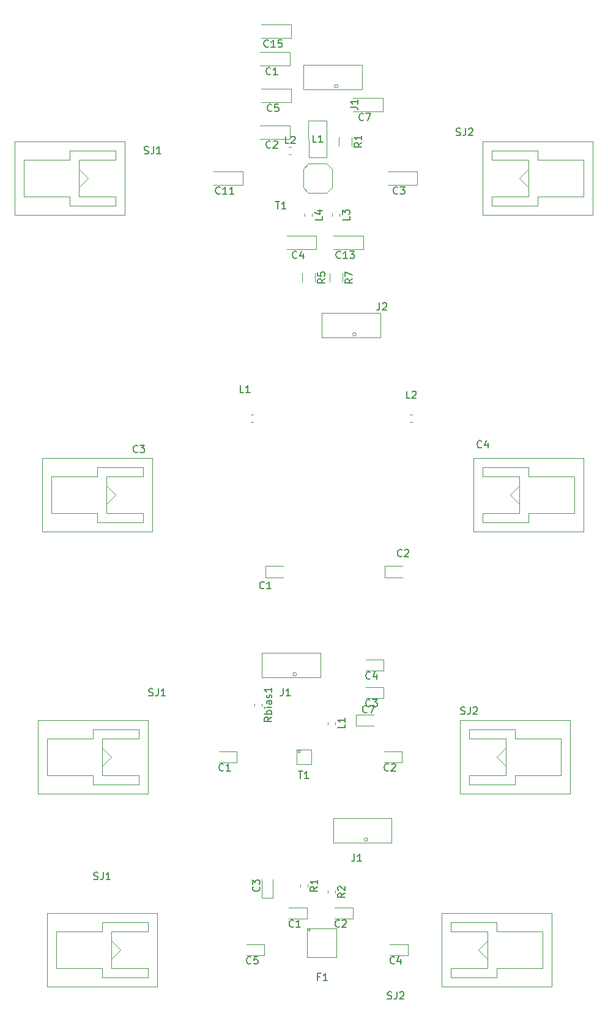
<source format=gbr>
G04 #@! TF.GenerationSoftware,KiCad,Pcbnew,5.1.2-f72e74a~84~ubuntu18.04.1*
G04 #@! TF.CreationDate,2019-07-08T15:28:50+02:00*
G04 #@! TF.ProjectId,prototype_1,70726f74-6f74-4797-9065-5f312e6b6963,rev?*
G04 #@! TF.SameCoordinates,Original*
G04 #@! TF.FileFunction,Legend,Top*
G04 #@! TF.FilePolarity,Positive*
%FSLAX46Y46*%
G04 Gerber Fmt 4.6, Leading zero omitted, Abs format (unit mm)*
G04 Created by KiCad (PCBNEW 5.1.2-f72e74a~84~ubuntu18.04.1) date 2019-07-08 15:28:50*
%MOMM*%
%LPD*%
G04 APERTURE LIST*
%ADD10C,0.120000*%
%ADD11C,0.010000*%
%ADD12C,0.050000*%
%ADD13C,0.150000*%
G04 APERTURE END LIST*
D10*
X116840000Y-168910000D02*
X115570000Y-167640000D01*
X116840000Y-166370000D02*
X115570000Y-167640000D01*
X110490000Y-172720000D02*
X125730000Y-172720000D01*
X125730000Y-162560000D02*
X110490000Y-162560000D01*
X111760000Y-170180000D02*
X111760000Y-171450000D01*
X116840000Y-170180000D02*
X111760000Y-170180000D01*
X116840000Y-165100000D02*
X116840000Y-170180000D01*
X111760000Y-165100000D02*
X116840000Y-165100000D01*
X111760000Y-163830000D02*
X111760000Y-165100000D01*
X124460000Y-165100000D02*
X124460000Y-170180000D01*
X118110000Y-165100000D02*
X124460000Y-165100000D01*
X118110000Y-163830000D02*
X118110000Y-165100000D01*
X118110000Y-170180000D02*
X124460000Y-170180000D01*
X118110000Y-171450000D02*
X118110000Y-170180000D01*
X125730000Y-172720000D02*
X125730000Y-162560000D01*
X110490000Y-162560000D02*
X110490000Y-172720000D01*
X118110000Y-171450000D02*
X111760000Y-171450000D01*
X111760000Y-163830000D02*
X118110000Y-163830000D01*
X64770000Y-166370000D02*
X66040000Y-167640000D01*
X64770000Y-168910000D02*
X66040000Y-167640000D01*
X71120000Y-162560000D02*
X55880000Y-162560000D01*
X55880000Y-172720000D02*
X71120000Y-172720000D01*
X69850000Y-165100000D02*
X69850000Y-163830000D01*
X64770000Y-165100000D02*
X69850000Y-165100000D01*
X64770000Y-170180000D02*
X64770000Y-165100000D01*
X69850000Y-170180000D02*
X64770000Y-170180000D01*
X69850000Y-171450000D02*
X69850000Y-170180000D01*
X57150000Y-170180000D02*
X57150000Y-165100000D01*
X63500000Y-170180000D02*
X57150000Y-170180000D01*
X63500000Y-171450000D02*
X63500000Y-170180000D01*
X63500000Y-165100000D02*
X57150000Y-165100000D01*
X63500000Y-163830000D02*
X63500000Y-165100000D01*
X55880000Y-162560000D02*
X55880000Y-172720000D01*
X71120000Y-172720000D02*
X71120000Y-162560000D01*
X63500000Y-163830000D02*
X69850000Y-163830000D01*
X69850000Y-171450000D02*
X63500000Y-171450000D01*
X94740000Y-159453733D02*
X94740000Y-159796267D01*
X95760000Y-159453733D02*
X95760000Y-159796267D01*
X90930000Y-158578733D02*
X90930000Y-158921267D01*
X91950000Y-158578733D02*
X91950000Y-158921267D01*
X100270000Y-152400000D02*
G75*
G03X100270000Y-152400000I-250000J0D01*
G01*
X103590000Y-152830000D02*
X95490000Y-152830000D01*
X95490000Y-149430000D02*
X103590000Y-149430000D01*
X103590000Y-152830000D02*
X103590000Y-149430000D01*
X95490000Y-152830000D02*
X95490000Y-149430000D01*
D11*
X92304999Y-164894999D02*
G75*
G03X92304999Y-164894999I-150000J0D01*
G01*
D12*
X95914999Y-168654999D02*
X91914999Y-168654999D01*
X95914999Y-164654999D02*
X95914999Y-168654999D01*
X91914999Y-168654999D02*
X91914999Y-164654999D01*
X91914999Y-164654999D02*
X95914999Y-164654999D01*
D10*
X85975000Y-166855000D02*
X83490000Y-166855000D01*
X85975000Y-168425000D02*
X85975000Y-166855000D01*
X83490000Y-168425000D02*
X85975000Y-168425000D01*
X105825000Y-166855000D02*
X103340000Y-166855000D01*
X105825000Y-168425000D02*
X105825000Y-166855000D01*
X103340000Y-168425000D02*
X105825000Y-168425000D01*
X87145000Y-160435000D02*
X87145000Y-157950000D01*
X85575000Y-160435000D02*
X87145000Y-160435000D01*
X85575000Y-157950000D02*
X85575000Y-160435000D01*
X98205000Y-161775000D02*
X95720000Y-161775000D01*
X98205000Y-163345000D02*
X98205000Y-161775000D01*
X95720000Y-163345000D02*
X98205000Y-163345000D01*
X91855000Y-161775000D02*
X89370000Y-161775000D01*
X91855000Y-163345000D02*
X91855000Y-161775000D01*
X89370000Y-163345000D02*
X91855000Y-163345000D01*
X119380000Y-142240000D02*
X118110000Y-140970000D01*
X119380000Y-139700000D02*
X118110000Y-140970000D01*
X113030000Y-146050000D02*
X128270000Y-146050000D01*
X128270000Y-135890000D02*
X113030000Y-135890000D01*
X114300000Y-143510000D02*
X114300000Y-144780000D01*
X119380000Y-143510000D02*
X114300000Y-143510000D01*
X119380000Y-138430000D02*
X119380000Y-143510000D01*
X114300000Y-138430000D02*
X119380000Y-138430000D01*
X114300000Y-137160000D02*
X114300000Y-138430000D01*
X127000000Y-138430000D02*
X127000000Y-143510000D01*
X120650000Y-138430000D02*
X127000000Y-138430000D01*
X120650000Y-137160000D02*
X120650000Y-138430000D01*
X120650000Y-143510000D02*
X127000000Y-143510000D01*
X120650000Y-144780000D02*
X120650000Y-143510000D01*
X128270000Y-146050000D02*
X128270000Y-135890000D01*
X113030000Y-135890000D02*
X113030000Y-146050000D01*
X120650000Y-144780000D02*
X114300000Y-144780000D01*
X114300000Y-137160000D02*
X120650000Y-137160000D01*
X63500000Y-139700000D02*
X64770000Y-140970000D01*
X63500000Y-142240000D02*
X64770000Y-140970000D01*
X69850000Y-135890000D02*
X54610000Y-135890000D01*
X54610000Y-146050000D02*
X69850000Y-146050000D01*
X68580000Y-138430000D02*
X68580000Y-137160000D01*
X63500000Y-138430000D02*
X68580000Y-138430000D01*
X63500000Y-143510000D02*
X63500000Y-138430000D01*
X68580000Y-143510000D02*
X63500000Y-143510000D01*
X68580000Y-144780000D02*
X68580000Y-143510000D01*
X55880000Y-143510000D02*
X55880000Y-138430000D01*
X62230000Y-143510000D02*
X55880000Y-143510000D01*
X62230000Y-144780000D02*
X62230000Y-143510000D01*
X62230000Y-138430000D02*
X55880000Y-138430000D01*
X62230000Y-137160000D02*
X62230000Y-138430000D01*
X54610000Y-135890000D02*
X54610000Y-146050000D01*
X69850000Y-146050000D02*
X69850000Y-135890000D01*
X62230000Y-137160000D02*
X68580000Y-137160000D01*
X68580000Y-144780000D02*
X62230000Y-144780000D01*
D12*
X90970000Y-140220000D02*
G75*
G03X90970000Y-140220000I-180000J0D01*
G01*
X92440000Y-141970000D02*
X90440000Y-141970000D01*
X92440000Y-139970000D02*
X92440000Y-141970000D01*
X90440000Y-139970000D02*
X92440000Y-139970000D01*
X90440000Y-141970000D02*
X90440000Y-139970000D01*
D10*
X84580000Y-133573733D02*
X84580000Y-133916267D01*
X85600000Y-133573733D02*
X85600000Y-133916267D01*
X94740000Y-136113733D02*
X94740000Y-136456267D01*
X95760000Y-136113733D02*
X95760000Y-136456267D01*
X90420000Y-129540000D02*
G75*
G03X90420000Y-129540000I-250000J0D01*
G01*
X93740000Y-129970000D02*
X85640000Y-129970000D01*
X85640000Y-126570000D02*
X93740000Y-126570000D01*
X93740000Y-129970000D02*
X93740000Y-126570000D01*
X85640000Y-129970000D02*
X85640000Y-126570000D01*
X98645000Y-136675000D02*
X101130000Y-136675000D01*
X98645000Y-135105000D02*
X98645000Y-136675000D01*
X101130000Y-135105000D02*
X98645000Y-135105000D01*
X102485000Y-127485000D02*
X100000000Y-127485000D01*
X102485000Y-129055000D02*
X102485000Y-127485000D01*
X100000000Y-129055000D02*
X102485000Y-129055000D01*
X102485000Y-131295000D02*
X100000000Y-131295000D01*
X102485000Y-132865000D02*
X102485000Y-131295000D01*
X100000000Y-132865000D02*
X102485000Y-132865000D01*
X105025000Y-140185000D02*
X102540000Y-140185000D01*
X105025000Y-141755000D02*
X105025000Y-140185000D01*
X102540000Y-141755000D02*
X105025000Y-141755000D01*
X82165000Y-140185000D02*
X79680000Y-140185000D01*
X82165000Y-141755000D02*
X82165000Y-140185000D01*
X79680000Y-141755000D02*
X82165000Y-141755000D01*
X106456267Y-93605000D02*
X106113733Y-93605000D01*
X106456267Y-94625000D02*
X106113733Y-94625000D01*
X84043733Y-94625000D02*
X84386267Y-94625000D01*
X84043733Y-93605000D02*
X84386267Y-93605000D01*
X102620000Y-116150000D02*
X105105000Y-116150000D01*
X102620000Y-114580000D02*
X102620000Y-116150000D01*
X105105000Y-114580000D02*
X102620000Y-114580000D01*
X86110000Y-116150000D02*
X88595000Y-116150000D01*
X86110000Y-114580000D02*
X86110000Y-116150000D01*
X88595000Y-114580000D02*
X86110000Y-114580000D01*
X121285000Y-106045000D02*
X120015000Y-104775000D01*
X121285000Y-103505000D02*
X120015000Y-104775000D01*
X114935000Y-109855000D02*
X130175000Y-109855000D01*
X130175000Y-99695000D02*
X114935000Y-99695000D01*
X116205000Y-107315000D02*
X116205000Y-108585000D01*
X121285000Y-107315000D02*
X116205000Y-107315000D01*
X121285000Y-102235000D02*
X121285000Y-107315000D01*
X116205000Y-102235000D02*
X121285000Y-102235000D01*
X116205000Y-100965000D02*
X116205000Y-102235000D01*
X128905000Y-102235000D02*
X128905000Y-107315000D01*
X122555000Y-102235000D02*
X128905000Y-102235000D01*
X122555000Y-100965000D02*
X122555000Y-102235000D01*
X122555000Y-107315000D02*
X128905000Y-107315000D01*
X122555000Y-108585000D02*
X122555000Y-107315000D01*
X130175000Y-109855000D02*
X130175000Y-99695000D01*
X114935000Y-99695000D02*
X114935000Y-109855000D01*
X122555000Y-108585000D02*
X116205000Y-108585000D01*
X116205000Y-100965000D02*
X122555000Y-100965000D01*
X64135000Y-103505000D02*
X65405000Y-104775000D01*
X64135000Y-106045000D02*
X65405000Y-104775000D01*
X70485000Y-99695000D02*
X55245000Y-99695000D01*
X55245000Y-109855000D02*
X70485000Y-109855000D01*
X69215000Y-102235000D02*
X69215000Y-100965000D01*
X64135000Y-102235000D02*
X69215000Y-102235000D01*
X64135000Y-107315000D02*
X64135000Y-102235000D01*
X69215000Y-107315000D02*
X64135000Y-107315000D01*
X69215000Y-108585000D02*
X69215000Y-107315000D01*
X56515000Y-107315000D02*
X56515000Y-102235000D01*
X62865000Y-107315000D02*
X56515000Y-107315000D01*
X62865000Y-108585000D02*
X62865000Y-107315000D01*
X62865000Y-102235000D02*
X56515000Y-102235000D01*
X62865000Y-100965000D02*
X62865000Y-102235000D01*
X55245000Y-99695000D02*
X55245000Y-109855000D01*
X70485000Y-109855000D02*
X70485000Y-99695000D01*
X62865000Y-100965000D02*
X69215000Y-100965000D01*
X69215000Y-108585000D02*
X62865000Y-108585000D01*
X122555000Y-62230000D02*
X121285000Y-60960000D01*
X122555000Y-59690000D02*
X121285000Y-60960000D01*
X116205000Y-66040000D02*
X131445000Y-66040000D01*
X131445000Y-55880000D02*
X116205000Y-55880000D01*
X117475000Y-63500000D02*
X117475000Y-64770000D01*
X122555000Y-63500000D02*
X117475000Y-63500000D01*
X122555000Y-58420000D02*
X122555000Y-63500000D01*
X117475000Y-58420000D02*
X122555000Y-58420000D01*
X117475000Y-57150000D02*
X117475000Y-58420000D01*
X130175000Y-58420000D02*
X130175000Y-63500000D01*
X123825000Y-58420000D02*
X130175000Y-58420000D01*
X123825000Y-57150000D02*
X123825000Y-58420000D01*
X123825000Y-63500000D02*
X130175000Y-63500000D01*
X123825000Y-64770000D02*
X123825000Y-63500000D01*
X131445000Y-66040000D02*
X131445000Y-55880000D01*
X116205000Y-55880000D02*
X116205000Y-66040000D01*
X123825000Y-64770000D02*
X117475000Y-64770000D01*
X117475000Y-57150000D02*
X123825000Y-57150000D01*
X60325000Y-59690000D02*
X61595000Y-60960000D01*
X60325000Y-62230000D02*
X61595000Y-60960000D01*
X66675000Y-55880000D02*
X51435000Y-55880000D01*
X51435000Y-66040000D02*
X66675000Y-66040000D01*
X65405000Y-58420000D02*
X65405000Y-57150000D01*
X60325000Y-58420000D02*
X65405000Y-58420000D01*
X60325000Y-63500000D02*
X60325000Y-58420000D01*
X65405000Y-63500000D02*
X60325000Y-63500000D01*
X65405000Y-64770000D02*
X65405000Y-63500000D01*
X52705000Y-63500000D02*
X52705000Y-58420000D01*
X59055000Y-63500000D02*
X52705000Y-63500000D01*
X59055000Y-64770000D02*
X59055000Y-63500000D01*
X59055000Y-58420000D02*
X52705000Y-58420000D01*
X59055000Y-57150000D02*
X59055000Y-58420000D01*
X51435000Y-55880000D02*
X51435000Y-66040000D01*
X66675000Y-66040000D02*
X66675000Y-55880000D01*
X59055000Y-57150000D02*
X65405000Y-57150000D01*
X65405000Y-64770000D02*
X59055000Y-64770000D01*
X98675000Y-82550000D02*
G75*
G03X98675000Y-82550000I-250000J0D01*
G01*
X101995000Y-82980000D02*
X93895000Y-82980000D01*
X93895000Y-79580000D02*
X101995000Y-79580000D01*
X101995000Y-82980000D02*
X101995000Y-79580000D01*
X93895000Y-82980000D02*
X93895000Y-79580000D01*
D12*
X92075000Y-58960000D02*
X91345000Y-59690000D01*
X92075000Y-62960000D02*
X91345000Y-62230000D01*
X95345000Y-62230000D02*
X94615000Y-62960000D01*
X94615000Y-58960000D02*
X95345000Y-59690000D01*
X92075000Y-58960000D02*
X94615000Y-58960000D01*
X95345000Y-59690000D02*
X95345000Y-62230000D01*
X91345000Y-62230000D02*
X91345000Y-59690000D01*
X92075000Y-62960000D02*
X94615000Y-62960000D01*
D10*
X94975000Y-74110436D02*
X94975000Y-75314564D01*
X96795000Y-74110436D02*
X96795000Y-75314564D01*
X91165000Y-74110436D02*
X91165000Y-75314564D01*
X92985000Y-74110436D02*
X92985000Y-75314564D01*
X96245000Y-55277936D02*
X96245000Y-56482064D01*
X98065000Y-55277936D02*
X98065000Y-56482064D01*
X91565000Y-65868733D02*
X91565000Y-66211267D01*
X92585000Y-65868733D02*
X92585000Y-66211267D01*
X95375000Y-65868733D02*
X95375000Y-66211267D01*
X96395000Y-65868733D02*
X96395000Y-66211267D01*
X89363733Y-57660000D02*
X89706267Y-57660000D01*
X89363733Y-56640000D02*
X89706267Y-56640000D01*
X94615000Y-53010000D02*
X94615000Y-58090000D01*
X92075000Y-53010000D02*
X92095000Y-58090000D01*
X92095000Y-58090000D02*
X94595000Y-58090000D01*
X92095000Y-53010000D02*
X94595000Y-53010000D01*
X96135000Y-48260000D02*
G75*
G03X96135000Y-48260000I-250000J0D01*
G01*
X99455000Y-48690000D02*
X91355000Y-48690000D01*
X91355000Y-45290000D02*
X99455000Y-45290000D01*
X99455000Y-48690000D02*
X99455000Y-45290000D01*
X91355000Y-48690000D02*
X91355000Y-45290000D01*
X89647500Y-39705000D02*
X85562500Y-39705000D01*
X89647500Y-41575000D02*
X89647500Y-39705000D01*
X85562500Y-41575000D02*
X89647500Y-41575000D01*
X99640000Y-68915000D02*
X95555000Y-68915000D01*
X99640000Y-70785000D02*
X99640000Y-68915000D01*
X95555000Y-70785000D02*
X99640000Y-70785000D01*
X82962500Y-60025000D02*
X78877500Y-60025000D01*
X82962500Y-61895000D02*
X82962500Y-60025000D01*
X78877500Y-61895000D02*
X82962500Y-61895000D01*
X102347500Y-49865000D02*
X98262500Y-49865000D01*
X102347500Y-51735000D02*
X102347500Y-49865000D01*
X98262500Y-51735000D02*
X102347500Y-51735000D01*
X89647500Y-48595000D02*
X85562500Y-48595000D01*
X89647500Y-50465000D02*
X89647500Y-48595000D01*
X85562500Y-50465000D02*
X89647500Y-50465000D01*
X93122500Y-68915000D02*
X89037500Y-68915000D01*
X93122500Y-70785000D02*
X93122500Y-68915000D01*
X89037500Y-70785000D02*
X93122500Y-70785000D01*
X107092500Y-60025000D02*
X103007500Y-60025000D01*
X107092500Y-61895000D02*
X107092500Y-60025000D01*
X103007500Y-61895000D02*
X107092500Y-61895000D01*
X89480000Y-53675000D02*
X85395000Y-53675000D01*
X89480000Y-55545000D02*
X89480000Y-53675000D01*
X85395000Y-55545000D02*
X89480000Y-55545000D01*
X89480000Y-43515000D02*
X85395000Y-43515000D01*
X89480000Y-45385000D02*
X89480000Y-43515000D01*
X85395000Y-45385000D02*
X89480000Y-45385000D01*
D13*
X102997142Y-174394761D02*
X103140000Y-174442380D01*
X103378095Y-174442380D01*
X103473333Y-174394761D01*
X103520952Y-174347142D01*
X103568571Y-174251904D01*
X103568571Y-174156666D01*
X103520952Y-174061428D01*
X103473333Y-174013809D01*
X103378095Y-173966190D01*
X103187619Y-173918571D01*
X103092380Y-173870952D01*
X103044761Y-173823333D01*
X102997142Y-173728095D01*
X102997142Y-173632857D01*
X103044761Y-173537619D01*
X103092380Y-173490000D01*
X103187619Y-173442380D01*
X103425714Y-173442380D01*
X103568571Y-173490000D01*
X104282857Y-173442380D02*
X104282857Y-174156666D01*
X104235238Y-174299523D01*
X104140000Y-174394761D01*
X103997142Y-174442380D01*
X103901904Y-174442380D01*
X104711428Y-173537619D02*
X104759047Y-173490000D01*
X104854285Y-173442380D01*
X105092380Y-173442380D01*
X105187619Y-173490000D01*
X105235238Y-173537619D01*
X105282857Y-173632857D01*
X105282857Y-173728095D01*
X105235238Y-173870952D01*
X104663809Y-174442380D01*
X105282857Y-174442380D01*
X62357142Y-157884761D02*
X62500000Y-157932380D01*
X62738095Y-157932380D01*
X62833333Y-157884761D01*
X62880952Y-157837142D01*
X62928571Y-157741904D01*
X62928571Y-157646666D01*
X62880952Y-157551428D01*
X62833333Y-157503809D01*
X62738095Y-157456190D01*
X62547619Y-157408571D01*
X62452380Y-157360952D01*
X62404761Y-157313333D01*
X62357142Y-157218095D01*
X62357142Y-157122857D01*
X62404761Y-157027619D01*
X62452380Y-156980000D01*
X62547619Y-156932380D01*
X62785714Y-156932380D01*
X62928571Y-156980000D01*
X63642857Y-156932380D02*
X63642857Y-157646666D01*
X63595238Y-157789523D01*
X63500000Y-157884761D01*
X63357142Y-157932380D01*
X63261904Y-157932380D01*
X64642857Y-157932380D02*
X64071428Y-157932380D01*
X64357142Y-157932380D02*
X64357142Y-156932380D01*
X64261904Y-157075238D01*
X64166666Y-157170476D01*
X64071428Y-157218095D01*
X97132380Y-159791666D02*
X96656190Y-160125000D01*
X97132380Y-160363095D02*
X96132380Y-160363095D01*
X96132380Y-159982142D01*
X96180000Y-159886904D01*
X96227619Y-159839285D01*
X96322857Y-159791666D01*
X96465714Y-159791666D01*
X96560952Y-159839285D01*
X96608571Y-159886904D01*
X96656190Y-159982142D01*
X96656190Y-160363095D01*
X96227619Y-159410714D02*
X96180000Y-159363095D01*
X96132380Y-159267857D01*
X96132380Y-159029761D01*
X96180000Y-158934523D01*
X96227619Y-158886904D01*
X96322857Y-158839285D01*
X96418095Y-158839285D01*
X96560952Y-158886904D01*
X97132380Y-159458333D01*
X97132380Y-158839285D01*
X93322380Y-158916666D02*
X92846190Y-159250000D01*
X93322380Y-159488095D02*
X92322380Y-159488095D01*
X92322380Y-159107142D01*
X92370000Y-159011904D01*
X92417619Y-158964285D01*
X92512857Y-158916666D01*
X92655714Y-158916666D01*
X92750952Y-158964285D01*
X92798571Y-159011904D01*
X92846190Y-159107142D01*
X92846190Y-159488095D01*
X93322380Y-157964285D02*
X93322380Y-158535714D01*
X93322380Y-158250000D02*
X92322380Y-158250000D01*
X92465238Y-158345238D01*
X92560476Y-158440476D01*
X92608095Y-158535714D01*
X98416666Y-154392380D02*
X98416666Y-155106666D01*
X98369047Y-155249523D01*
X98273809Y-155344761D01*
X98130952Y-155392380D01*
X98035714Y-155392380D01*
X99416666Y-155392380D02*
X98845238Y-155392380D01*
X99130952Y-155392380D02*
X99130952Y-154392380D01*
X99035714Y-154535238D01*
X98940476Y-154630476D01*
X98845238Y-154678095D01*
X93646666Y-171378571D02*
X93313333Y-171378571D01*
X93313333Y-171902380D02*
X93313333Y-170902380D01*
X93789523Y-170902380D01*
X94694285Y-171902380D02*
X94122857Y-171902380D01*
X94408571Y-171902380D02*
X94408571Y-170902380D01*
X94313333Y-171045238D01*
X94218095Y-171140476D01*
X94122857Y-171188095D01*
X84123333Y-169477142D02*
X84075714Y-169524761D01*
X83932857Y-169572380D01*
X83837619Y-169572380D01*
X83694761Y-169524761D01*
X83599523Y-169429523D01*
X83551904Y-169334285D01*
X83504285Y-169143809D01*
X83504285Y-169000952D01*
X83551904Y-168810476D01*
X83599523Y-168715238D01*
X83694761Y-168620000D01*
X83837619Y-168572380D01*
X83932857Y-168572380D01*
X84075714Y-168620000D01*
X84123333Y-168667619D01*
X85028095Y-168572380D02*
X84551904Y-168572380D01*
X84504285Y-169048571D01*
X84551904Y-169000952D01*
X84647142Y-168953333D01*
X84885238Y-168953333D01*
X84980476Y-169000952D01*
X85028095Y-169048571D01*
X85075714Y-169143809D01*
X85075714Y-169381904D01*
X85028095Y-169477142D01*
X84980476Y-169524761D01*
X84885238Y-169572380D01*
X84647142Y-169572380D01*
X84551904Y-169524761D01*
X84504285Y-169477142D01*
X103973333Y-169477142D02*
X103925714Y-169524761D01*
X103782857Y-169572380D01*
X103687619Y-169572380D01*
X103544761Y-169524761D01*
X103449523Y-169429523D01*
X103401904Y-169334285D01*
X103354285Y-169143809D01*
X103354285Y-169000952D01*
X103401904Y-168810476D01*
X103449523Y-168715238D01*
X103544761Y-168620000D01*
X103687619Y-168572380D01*
X103782857Y-168572380D01*
X103925714Y-168620000D01*
X103973333Y-168667619D01*
X104830476Y-168905714D02*
X104830476Y-169572380D01*
X104592380Y-168524761D02*
X104354285Y-169239047D01*
X104973333Y-169239047D01*
X85237142Y-158916666D02*
X85284761Y-158964285D01*
X85332380Y-159107142D01*
X85332380Y-159202380D01*
X85284761Y-159345238D01*
X85189523Y-159440476D01*
X85094285Y-159488095D01*
X84903809Y-159535714D01*
X84760952Y-159535714D01*
X84570476Y-159488095D01*
X84475238Y-159440476D01*
X84380000Y-159345238D01*
X84332380Y-159202380D01*
X84332380Y-159107142D01*
X84380000Y-158964285D01*
X84427619Y-158916666D01*
X84332380Y-158583333D02*
X84332380Y-157964285D01*
X84713333Y-158297619D01*
X84713333Y-158154761D01*
X84760952Y-158059523D01*
X84808571Y-158011904D01*
X84903809Y-157964285D01*
X85141904Y-157964285D01*
X85237142Y-158011904D01*
X85284761Y-158059523D01*
X85332380Y-158154761D01*
X85332380Y-158440476D01*
X85284761Y-158535714D01*
X85237142Y-158583333D01*
X96353333Y-164397142D02*
X96305714Y-164444761D01*
X96162857Y-164492380D01*
X96067619Y-164492380D01*
X95924761Y-164444761D01*
X95829523Y-164349523D01*
X95781904Y-164254285D01*
X95734285Y-164063809D01*
X95734285Y-163920952D01*
X95781904Y-163730476D01*
X95829523Y-163635238D01*
X95924761Y-163540000D01*
X96067619Y-163492380D01*
X96162857Y-163492380D01*
X96305714Y-163540000D01*
X96353333Y-163587619D01*
X96734285Y-163587619D02*
X96781904Y-163540000D01*
X96877142Y-163492380D01*
X97115238Y-163492380D01*
X97210476Y-163540000D01*
X97258095Y-163587619D01*
X97305714Y-163682857D01*
X97305714Y-163778095D01*
X97258095Y-163920952D01*
X96686666Y-164492380D01*
X97305714Y-164492380D01*
X90003333Y-164397142D02*
X89955714Y-164444761D01*
X89812857Y-164492380D01*
X89717619Y-164492380D01*
X89574761Y-164444761D01*
X89479523Y-164349523D01*
X89431904Y-164254285D01*
X89384285Y-164063809D01*
X89384285Y-163920952D01*
X89431904Y-163730476D01*
X89479523Y-163635238D01*
X89574761Y-163540000D01*
X89717619Y-163492380D01*
X89812857Y-163492380D01*
X89955714Y-163540000D01*
X90003333Y-163587619D01*
X90955714Y-164492380D02*
X90384285Y-164492380D01*
X90670000Y-164492380D02*
X90670000Y-163492380D01*
X90574761Y-163635238D01*
X90479523Y-163730476D01*
X90384285Y-163778095D01*
X113157142Y-135024761D02*
X113300000Y-135072380D01*
X113538095Y-135072380D01*
X113633333Y-135024761D01*
X113680952Y-134977142D01*
X113728571Y-134881904D01*
X113728571Y-134786666D01*
X113680952Y-134691428D01*
X113633333Y-134643809D01*
X113538095Y-134596190D01*
X113347619Y-134548571D01*
X113252380Y-134500952D01*
X113204761Y-134453333D01*
X113157142Y-134358095D01*
X113157142Y-134262857D01*
X113204761Y-134167619D01*
X113252380Y-134120000D01*
X113347619Y-134072380D01*
X113585714Y-134072380D01*
X113728571Y-134120000D01*
X114442857Y-134072380D02*
X114442857Y-134786666D01*
X114395238Y-134929523D01*
X114300000Y-135024761D01*
X114157142Y-135072380D01*
X114061904Y-135072380D01*
X114871428Y-134167619D02*
X114919047Y-134120000D01*
X115014285Y-134072380D01*
X115252380Y-134072380D01*
X115347619Y-134120000D01*
X115395238Y-134167619D01*
X115442857Y-134262857D01*
X115442857Y-134358095D01*
X115395238Y-134500952D01*
X114823809Y-135072380D01*
X115442857Y-135072380D01*
X69977142Y-132484761D02*
X70120000Y-132532380D01*
X70358095Y-132532380D01*
X70453333Y-132484761D01*
X70500952Y-132437142D01*
X70548571Y-132341904D01*
X70548571Y-132246666D01*
X70500952Y-132151428D01*
X70453333Y-132103809D01*
X70358095Y-132056190D01*
X70167619Y-132008571D01*
X70072380Y-131960952D01*
X70024761Y-131913333D01*
X69977142Y-131818095D01*
X69977142Y-131722857D01*
X70024761Y-131627619D01*
X70072380Y-131580000D01*
X70167619Y-131532380D01*
X70405714Y-131532380D01*
X70548571Y-131580000D01*
X71262857Y-131532380D02*
X71262857Y-132246666D01*
X71215238Y-132389523D01*
X71120000Y-132484761D01*
X70977142Y-132532380D01*
X70881904Y-132532380D01*
X72262857Y-132532380D02*
X71691428Y-132532380D01*
X71977142Y-132532380D02*
X71977142Y-131532380D01*
X71881904Y-131675238D01*
X71786666Y-131770476D01*
X71691428Y-131818095D01*
X90678095Y-142962380D02*
X91249523Y-142962380D01*
X90963809Y-143962380D02*
X90963809Y-142962380D01*
X92106666Y-143962380D02*
X91535238Y-143962380D01*
X91820952Y-143962380D02*
X91820952Y-142962380D01*
X91725714Y-143105238D01*
X91630476Y-143200476D01*
X91535238Y-143248095D01*
X86972380Y-135459285D02*
X86496190Y-135792619D01*
X86972380Y-136030714D02*
X85972380Y-136030714D01*
X85972380Y-135649761D01*
X86020000Y-135554523D01*
X86067619Y-135506904D01*
X86162857Y-135459285D01*
X86305714Y-135459285D01*
X86400952Y-135506904D01*
X86448571Y-135554523D01*
X86496190Y-135649761D01*
X86496190Y-136030714D01*
X86972380Y-135030714D02*
X85972380Y-135030714D01*
X86353333Y-135030714D02*
X86305714Y-134935476D01*
X86305714Y-134745000D01*
X86353333Y-134649761D01*
X86400952Y-134602142D01*
X86496190Y-134554523D01*
X86781904Y-134554523D01*
X86877142Y-134602142D01*
X86924761Y-134649761D01*
X86972380Y-134745000D01*
X86972380Y-134935476D01*
X86924761Y-135030714D01*
X86972380Y-134125952D02*
X86305714Y-134125952D01*
X85972380Y-134125952D02*
X86020000Y-134173571D01*
X86067619Y-134125952D01*
X86020000Y-134078333D01*
X85972380Y-134125952D01*
X86067619Y-134125952D01*
X86972380Y-133221190D02*
X86448571Y-133221190D01*
X86353333Y-133268809D01*
X86305714Y-133364047D01*
X86305714Y-133554523D01*
X86353333Y-133649761D01*
X86924761Y-133221190D02*
X86972380Y-133316428D01*
X86972380Y-133554523D01*
X86924761Y-133649761D01*
X86829523Y-133697380D01*
X86734285Y-133697380D01*
X86639047Y-133649761D01*
X86591428Y-133554523D01*
X86591428Y-133316428D01*
X86543809Y-133221190D01*
X86924761Y-132792619D02*
X86972380Y-132697380D01*
X86972380Y-132506904D01*
X86924761Y-132411666D01*
X86829523Y-132364047D01*
X86781904Y-132364047D01*
X86686666Y-132411666D01*
X86639047Y-132506904D01*
X86639047Y-132649761D01*
X86591428Y-132745000D01*
X86496190Y-132792619D01*
X86448571Y-132792619D01*
X86353333Y-132745000D01*
X86305714Y-132649761D01*
X86305714Y-132506904D01*
X86353333Y-132411666D01*
X86972380Y-131411666D02*
X86972380Y-131983095D01*
X86972380Y-131697380D02*
X85972380Y-131697380D01*
X86115238Y-131792619D01*
X86210476Y-131887857D01*
X86258095Y-131983095D01*
X97132380Y-136451666D02*
X97132380Y-136927857D01*
X96132380Y-136927857D01*
X97132380Y-135594523D02*
X97132380Y-136165952D01*
X97132380Y-135880238D02*
X96132380Y-135880238D01*
X96275238Y-135975476D01*
X96370476Y-136070714D01*
X96418095Y-136165952D01*
X88566666Y-131532380D02*
X88566666Y-132246666D01*
X88519047Y-132389523D01*
X88423809Y-132484761D01*
X88280952Y-132532380D01*
X88185714Y-132532380D01*
X89566666Y-132532380D02*
X88995238Y-132532380D01*
X89280952Y-132532380D02*
X89280952Y-131532380D01*
X89185714Y-131675238D01*
X89090476Y-131770476D01*
X88995238Y-131818095D01*
X100163333Y-134767142D02*
X100115714Y-134814761D01*
X99972857Y-134862380D01*
X99877619Y-134862380D01*
X99734761Y-134814761D01*
X99639523Y-134719523D01*
X99591904Y-134624285D01*
X99544285Y-134433809D01*
X99544285Y-134290952D01*
X99591904Y-134100476D01*
X99639523Y-134005238D01*
X99734761Y-133910000D01*
X99877619Y-133862380D01*
X99972857Y-133862380D01*
X100115714Y-133910000D01*
X100163333Y-133957619D01*
X100496666Y-133862380D02*
X101163333Y-133862380D01*
X100734761Y-134862380D01*
X100633333Y-130107142D02*
X100585714Y-130154761D01*
X100442857Y-130202380D01*
X100347619Y-130202380D01*
X100204761Y-130154761D01*
X100109523Y-130059523D01*
X100061904Y-129964285D01*
X100014285Y-129773809D01*
X100014285Y-129630952D01*
X100061904Y-129440476D01*
X100109523Y-129345238D01*
X100204761Y-129250000D01*
X100347619Y-129202380D01*
X100442857Y-129202380D01*
X100585714Y-129250000D01*
X100633333Y-129297619D01*
X101490476Y-129535714D02*
X101490476Y-130202380D01*
X101252380Y-129154761D02*
X101014285Y-129869047D01*
X101633333Y-129869047D01*
X100633333Y-133917142D02*
X100585714Y-133964761D01*
X100442857Y-134012380D01*
X100347619Y-134012380D01*
X100204761Y-133964761D01*
X100109523Y-133869523D01*
X100061904Y-133774285D01*
X100014285Y-133583809D01*
X100014285Y-133440952D01*
X100061904Y-133250476D01*
X100109523Y-133155238D01*
X100204761Y-133060000D01*
X100347619Y-133012380D01*
X100442857Y-133012380D01*
X100585714Y-133060000D01*
X100633333Y-133107619D01*
X100966666Y-133012380D02*
X101585714Y-133012380D01*
X101252380Y-133393333D01*
X101395238Y-133393333D01*
X101490476Y-133440952D01*
X101538095Y-133488571D01*
X101585714Y-133583809D01*
X101585714Y-133821904D01*
X101538095Y-133917142D01*
X101490476Y-133964761D01*
X101395238Y-134012380D01*
X101109523Y-134012380D01*
X101014285Y-133964761D01*
X100966666Y-133917142D01*
X103173333Y-142807142D02*
X103125714Y-142854761D01*
X102982857Y-142902380D01*
X102887619Y-142902380D01*
X102744761Y-142854761D01*
X102649523Y-142759523D01*
X102601904Y-142664285D01*
X102554285Y-142473809D01*
X102554285Y-142330952D01*
X102601904Y-142140476D01*
X102649523Y-142045238D01*
X102744761Y-141950000D01*
X102887619Y-141902380D01*
X102982857Y-141902380D01*
X103125714Y-141950000D01*
X103173333Y-141997619D01*
X103554285Y-141997619D02*
X103601904Y-141950000D01*
X103697142Y-141902380D01*
X103935238Y-141902380D01*
X104030476Y-141950000D01*
X104078095Y-141997619D01*
X104125714Y-142092857D01*
X104125714Y-142188095D01*
X104078095Y-142330952D01*
X103506666Y-142902380D01*
X104125714Y-142902380D01*
X80313333Y-142807142D02*
X80265714Y-142854761D01*
X80122857Y-142902380D01*
X80027619Y-142902380D01*
X79884761Y-142854761D01*
X79789523Y-142759523D01*
X79741904Y-142664285D01*
X79694285Y-142473809D01*
X79694285Y-142330952D01*
X79741904Y-142140476D01*
X79789523Y-142045238D01*
X79884761Y-141950000D01*
X80027619Y-141902380D01*
X80122857Y-141902380D01*
X80265714Y-141950000D01*
X80313333Y-141997619D01*
X81265714Y-142902380D02*
X80694285Y-142902380D01*
X80980000Y-142902380D02*
X80980000Y-141902380D01*
X80884761Y-142045238D01*
X80789523Y-142140476D01*
X80694285Y-142188095D01*
X106118333Y-91392380D02*
X105642142Y-91392380D01*
X105642142Y-90392380D01*
X106404047Y-90487619D02*
X106451666Y-90440000D01*
X106546904Y-90392380D01*
X106785000Y-90392380D01*
X106880238Y-90440000D01*
X106927857Y-90487619D01*
X106975476Y-90582857D01*
X106975476Y-90678095D01*
X106927857Y-90820952D01*
X106356428Y-91392380D01*
X106975476Y-91392380D01*
X83108333Y-90622380D02*
X82632142Y-90622380D01*
X82632142Y-89622380D01*
X83965476Y-90622380D02*
X83394047Y-90622380D01*
X83679761Y-90622380D02*
X83679761Y-89622380D01*
X83584523Y-89765238D01*
X83489285Y-89860476D01*
X83394047Y-89908095D01*
X104993333Y-113182142D02*
X104945714Y-113229761D01*
X104802857Y-113277380D01*
X104707619Y-113277380D01*
X104564761Y-113229761D01*
X104469523Y-113134523D01*
X104421904Y-113039285D01*
X104374285Y-112848809D01*
X104374285Y-112705952D01*
X104421904Y-112515476D01*
X104469523Y-112420238D01*
X104564761Y-112325000D01*
X104707619Y-112277380D01*
X104802857Y-112277380D01*
X104945714Y-112325000D01*
X104993333Y-112372619D01*
X105374285Y-112372619D02*
X105421904Y-112325000D01*
X105517142Y-112277380D01*
X105755238Y-112277380D01*
X105850476Y-112325000D01*
X105898095Y-112372619D01*
X105945714Y-112467857D01*
X105945714Y-112563095D01*
X105898095Y-112705952D01*
X105326666Y-113277380D01*
X105945714Y-113277380D01*
X85933333Y-117627142D02*
X85885714Y-117674761D01*
X85742857Y-117722380D01*
X85647619Y-117722380D01*
X85504761Y-117674761D01*
X85409523Y-117579523D01*
X85361904Y-117484285D01*
X85314285Y-117293809D01*
X85314285Y-117150952D01*
X85361904Y-116960476D01*
X85409523Y-116865238D01*
X85504761Y-116770000D01*
X85647619Y-116722380D01*
X85742857Y-116722380D01*
X85885714Y-116770000D01*
X85933333Y-116817619D01*
X86885714Y-117722380D02*
X86314285Y-117722380D01*
X86600000Y-117722380D02*
X86600000Y-116722380D01*
X86504761Y-116865238D01*
X86409523Y-116960476D01*
X86314285Y-117008095D01*
X116038333Y-98147142D02*
X115990714Y-98194761D01*
X115847857Y-98242380D01*
X115752619Y-98242380D01*
X115609761Y-98194761D01*
X115514523Y-98099523D01*
X115466904Y-98004285D01*
X115419285Y-97813809D01*
X115419285Y-97670952D01*
X115466904Y-97480476D01*
X115514523Y-97385238D01*
X115609761Y-97290000D01*
X115752619Y-97242380D01*
X115847857Y-97242380D01*
X115990714Y-97290000D01*
X116038333Y-97337619D01*
X116895476Y-97575714D02*
X116895476Y-98242380D01*
X116657380Y-97194761D02*
X116419285Y-97909047D01*
X117038333Y-97909047D01*
X68413333Y-98782142D02*
X68365714Y-98829761D01*
X68222857Y-98877380D01*
X68127619Y-98877380D01*
X67984761Y-98829761D01*
X67889523Y-98734523D01*
X67841904Y-98639285D01*
X67794285Y-98448809D01*
X67794285Y-98305952D01*
X67841904Y-98115476D01*
X67889523Y-98020238D01*
X67984761Y-97925000D01*
X68127619Y-97877380D01*
X68222857Y-97877380D01*
X68365714Y-97925000D01*
X68413333Y-97972619D01*
X68746666Y-97877380D02*
X69365714Y-97877380D01*
X69032380Y-98258333D01*
X69175238Y-98258333D01*
X69270476Y-98305952D01*
X69318095Y-98353571D01*
X69365714Y-98448809D01*
X69365714Y-98686904D01*
X69318095Y-98782142D01*
X69270476Y-98829761D01*
X69175238Y-98877380D01*
X68889523Y-98877380D01*
X68794285Y-98829761D01*
X68746666Y-98782142D01*
X112522142Y-55014761D02*
X112665000Y-55062380D01*
X112903095Y-55062380D01*
X112998333Y-55014761D01*
X113045952Y-54967142D01*
X113093571Y-54871904D01*
X113093571Y-54776666D01*
X113045952Y-54681428D01*
X112998333Y-54633809D01*
X112903095Y-54586190D01*
X112712619Y-54538571D01*
X112617380Y-54490952D01*
X112569761Y-54443333D01*
X112522142Y-54348095D01*
X112522142Y-54252857D01*
X112569761Y-54157619D01*
X112617380Y-54110000D01*
X112712619Y-54062380D01*
X112950714Y-54062380D01*
X113093571Y-54110000D01*
X113807857Y-54062380D02*
X113807857Y-54776666D01*
X113760238Y-54919523D01*
X113665000Y-55014761D01*
X113522142Y-55062380D01*
X113426904Y-55062380D01*
X114236428Y-54157619D02*
X114284047Y-54110000D01*
X114379285Y-54062380D01*
X114617380Y-54062380D01*
X114712619Y-54110000D01*
X114760238Y-54157619D01*
X114807857Y-54252857D01*
X114807857Y-54348095D01*
X114760238Y-54490952D01*
X114188809Y-55062380D01*
X114807857Y-55062380D01*
X69342142Y-57554761D02*
X69485000Y-57602380D01*
X69723095Y-57602380D01*
X69818333Y-57554761D01*
X69865952Y-57507142D01*
X69913571Y-57411904D01*
X69913571Y-57316666D01*
X69865952Y-57221428D01*
X69818333Y-57173809D01*
X69723095Y-57126190D01*
X69532619Y-57078571D01*
X69437380Y-57030952D01*
X69389761Y-56983333D01*
X69342142Y-56888095D01*
X69342142Y-56792857D01*
X69389761Y-56697619D01*
X69437380Y-56650000D01*
X69532619Y-56602380D01*
X69770714Y-56602380D01*
X69913571Y-56650000D01*
X70627857Y-56602380D02*
X70627857Y-57316666D01*
X70580238Y-57459523D01*
X70485000Y-57554761D01*
X70342142Y-57602380D01*
X70246904Y-57602380D01*
X71627857Y-57602380D02*
X71056428Y-57602380D01*
X71342142Y-57602380D02*
X71342142Y-56602380D01*
X71246904Y-56745238D01*
X71151666Y-56840476D01*
X71056428Y-56888095D01*
X101901666Y-78192380D02*
X101901666Y-78906666D01*
X101854047Y-79049523D01*
X101758809Y-79144761D01*
X101615952Y-79192380D01*
X101520714Y-79192380D01*
X102330238Y-78287619D02*
X102377857Y-78240000D01*
X102473095Y-78192380D01*
X102711190Y-78192380D01*
X102806428Y-78240000D01*
X102854047Y-78287619D01*
X102901666Y-78382857D01*
X102901666Y-78478095D01*
X102854047Y-78620952D01*
X102282619Y-79192380D01*
X102901666Y-79192380D01*
X87503095Y-64222380D02*
X88074523Y-64222380D01*
X87788809Y-65222380D02*
X87788809Y-64222380D01*
X88931666Y-65222380D02*
X88360238Y-65222380D01*
X88645952Y-65222380D02*
X88645952Y-64222380D01*
X88550714Y-64365238D01*
X88455476Y-64460476D01*
X88360238Y-64508095D01*
X98157380Y-74879166D02*
X97681190Y-75212500D01*
X98157380Y-75450595D02*
X97157380Y-75450595D01*
X97157380Y-75069642D01*
X97205000Y-74974404D01*
X97252619Y-74926785D01*
X97347857Y-74879166D01*
X97490714Y-74879166D01*
X97585952Y-74926785D01*
X97633571Y-74974404D01*
X97681190Y-75069642D01*
X97681190Y-75450595D01*
X97157380Y-74545833D02*
X97157380Y-73879166D01*
X98157380Y-74307738D01*
X94347380Y-74879166D02*
X93871190Y-75212500D01*
X94347380Y-75450595D02*
X93347380Y-75450595D01*
X93347380Y-75069642D01*
X93395000Y-74974404D01*
X93442619Y-74926785D01*
X93537857Y-74879166D01*
X93680714Y-74879166D01*
X93775952Y-74926785D01*
X93823571Y-74974404D01*
X93871190Y-75069642D01*
X93871190Y-75450595D01*
X93347380Y-73974404D02*
X93347380Y-74450595D01*
X93823571Y-74498214D01*
X93775952Y-74450595D01*
X93728333Y-74355357D01*
X93728333Y-74117261D01*
X93775952Y-74022023D01*
X93823571Y-73974404D01*
X93918809Y-73926785D01*
X94156904Y-73926785D01*
X94252142Y-73974404D01*
X94299761Y-74022023D01*
X94347380Y-74117261D01*
X94347380Y-74355357D01*
X94299761Y-74450595D01*
X94252142Y-74498214D01*
X99427380Y-56046666D02*
X98951190Y-56380000D01*
X99427380Y-56618095D02*
X98427380Y-56618095D01*
X98427380Y-56237142D01*
X98475000Y-56141904D01*
X98522619Y-56094285D01*
X98617857Y-56046666D01*
X98760714Y-56046666D01*
X98855952Y-56094285D01*
X98903571Y-56141904D01*
X98951190Y-56237142D01*
X98951190Y-56618095D01*
X99427380Y-55094285D02*
X99427380Y-55665714D01*
X99427380Y-55380000D02*
X98427380Y-55380000D01*
X98570238Y-55475238D01*
X98665476Y-55570476D01*
X98713095Y-55665714D01*
X93957380Y-66206666D02*
X93957380Y-66682857D01*
X92957380Y-66682857D01*
X93290714Y-65444761D02*
X93957380Y-65444761D01*
X92909761Y-65682857D02*
X93624047Y-65920952D01*
X93624047Y-65301904D01*
X97767380Y-66206666D02*
X97767380Y-66682857D01*
X96767380Y-66682857D01*
X96767380Y-65968571D02*
X96767380Y-65349523D01*
X97148333Y-65682857D01*
X97148333Y-65540000D01*
X97195952Y-65444761D01*
X97243571Y-65397142D01*
X97338809Y-65349523D01*
X97576904Y-65349523D01*
X97672142Y-65397142D01*
X97719761Y-65444761D01*
X97767380Y-65540000D01*
X97767380Y-65825714D01*
X97719761Y-65920952D01*
X97672142Y-65968571D01*
X89368333Y-56172380D02*
X88892142Y-56172380D01*
X88892142Y-55172380D01*
X89654047Y-55267619D02*
X89701666Y-55220000D01*
X89796904Y-55172380D01*
X90035000Y-55172380D01*
X90130238Y-55220000D01*
X90177857Y-55267619D01*
X90225476Y-55362857D01*
X90225476Y-55458095D01*
X90177857Y-55600952D01*
X89606428Y-56172380D01*
X90225476Y-56172380D01*
X93178333Y-56002380D02*
X92702142Y-56002380D01*
X92702142Y-55002380D01*
X94035476Y-56002380D02*
X93464047Y-56002380D01*
X93749761Y-56002380D02*
X93749761Y-55002380D01*
X93654523Y-55145238D01*
X93559285Y-55240476D01*
X93464047Y-55288095D01*
X97877380Y-51133333D02*
X98591666Y-51133333D01*
X98734523Y-51180952D01*
X98829761Y-51276190D01*
X98877380Y-51419047D01*
X98877380Y-51514285D01*
X98877380Y-50133333D02*
X98877380Y-50704761D01*
X98877380Y-50419047D02*
X97877380Y-50419047D01*
X98020238Y-50514285D01*
X98115476Y-50609523D01*
X98163095Y-50704761D01*
X86519642Y-42747142D02*
X86472023Y-42794761D01*
X86329166Y-42842380D01*
X86233928Y-42842380D01*
X86091071Y-42794761D01*
X85995833Y-42699523D01*
X85948214Y-42604285D01*
X85900595Y-42413809D01*
X85900595Y-42270952D01*
X85948214Y-42080476D01*
X85995833Y-41985238D01*
X86091071Y-41890000D01*
X86233928Y-41842380D01*
X86329166Y-41842380D01*
X86472023Y-41890000D01*
X86519642Y-41937619D01*
X87472023Y-42842380D02*
X86900595Y-42842380D01*
X87186309Y-42842380D02*
X87186309Y-41842380D01*
X87091071Y-41985238D01*
X86995833Y-42080476D01*
X86900595Y-42128095D01*
X88376785Y-41842380D02*
X87900595Y-41842380D01*
X87852976Y-42318571D01*
X87900595Y-42270952D01*
X87995833Y-42223333D01*
X88233928Y-42223333D01*
X88329166Y-42270952D01*
X88376785Y-42318571D01*
X88424404Y-42413809D01*
X88424404Y-42651904D01*
X88376785Y-42747142D01*
X88329166Y-42794761D01*
X88233928Y-42842380D01*
X87995833Y-42842380D01*
X87900595Y-42794761D01*
X87852976Y-42747142D01*
X96512142Y-71957142D02*
X96464523Y-72004761D01*
X96321666Y-72052380D01*
X96226428Y-72052380D01*
X96083571Y-72004761D01*
X95988333Y-71909523D01*
X95940714Y-71814285D01*
X95893095Y-71623809D01*
X95893095Y-71480952D01*
X95940714Y-71290476D01*
X95988333Y-71195238D01*
X96083571Y-71100000D01*
X96226428Y-71052380D01*
X96321666Y-71052380D01*
X96464523Y-71100000D01*
X96512142Y-71147619D01*
X97464523Y-72052380D02*
X96893095Y-72052380D01*
X97178809Y-72052380D02*
X97178809Y-71052380D01*
X97083571Y-71195238D01*
X96988333Y-71290476D01*
X96893095Y-71338095D01*
X97797857Y-71052380D02*
X98416904Y-71052380D01*
X98083571Y-71433333D01*
X98226428Y-71433333D01*
X98321666Y-71480952D01*
X98369285Y-71528571D01*
X98416904Y-71623809D01*
X98416904Y-71861904D01*
X98369285Y-71957142D01*
X98321666Y-72004761D01*
X98226428Y-72052380D01*
X97940714Y-72052380D01*
X97845476Y-72004761D01*
X97797857Y-71957142D01*
X79834642Y-63067142D02*
X79787023Y-63114761D01*
X79644166Y-63162380D01*
X79548928Y-63162380D01*
X79406071Y-63114761D01*
X79310833Y-63019523D01*
X79263214Y-62924285D01*
X79215595Y-62733809D01*
X79215595Y-62590952D01*
X79263214Y-62400476D01*
X79310833Y-62305238D01*
X79406071Y-62210000D01*
X79548928Y-62162380D01*
X79644166Y-62162380D01*
X79787023Y-62210000D01*
X79834642Y-62257619D01*
X80787023Y-63162380D02*
X80215595Y-63162380D01*
X80501309Y-63162380D02*
X80501309Y-62162380D01*
X80406071Y-62305238D01*
X80310833Y-62400476D01*
X80215595Y-62448095D01*
X81739404Y-63162380D02*
X81167976Y-63162380D01*
X81453690Y-63162380D02*
X81453690Y-62162380D01*
X81358452Y-62305238D01*
X81263214Y-62400476D01*
X81167976Y-62448095D01*
X99695833Y-52907142D02*
X99648214Y-52954761D01*
X99505357Y-53002380D01*
X99410119Y-53002380D01*
X99267261Y-52954761D01*
X99172023Y-52859523D01*
X99124404Y-52764285D01*
X99076785Y-52573809D01*
X99076785Y-52430952D01*
X99124404Y-52240476D01*
X99172023Y-52145238D01*
X99267261Y-52050000D01*
X99410119Y-52002380D01*
X99505357Y-52002380D01*
X99648214Y-52050000D01*
X99695833Y-52097619D01*
X100029166Y-52002380D02*
X100695833Y-52002380D01*
X100267261Y-53002380D01*
X86995833Y-51637142D02*
X86948214Y-51684761D01*
X86805357Y-51732380D01*
X86710119Y-51732380D01*
X86567261Y-51684761D01*
X86472023Y-51589523D01*
X86424404Y-51494285D01*
X86376785Y-51303809D01*
X86376785Y-51160952D01*
X86424404Y-50970476D01*
X86472023Y-50875238D01*
X86567261Y-50780000D01*
X86710119Y-50732380D01*
X86805357Y-50732380D01*
X86948214Y-50780000D01*
X86995833Y-50827619D01*
X87900595Y-50732380D02*
X87424404Y-50732380D01*
X87376785Y-51208571D01*
X87424404Y-51160952D01*
X87519642Y-51113333D01*
X87757738Y-51113333D01*
X87852976Y-51160952D01*
X87900595Y-51208571D01*
X87948214Y-51303809D01*
X87948214Y-51541904D01*
X87900595Y-51637142D01*
X87852976Y-51684761D01*
X87757738Y-51732380D01*
X87519642Y-51732380D01*
X87424404Y-51684761D01*
X87376785Y-51637142D01*
X90470833Y-71957142D02*
X90423214Y-72004761D01*
X90280357Y-72052380D01*
X90185119Y-72052380D01*
X90042261Y-72004761D01*
X89947023Y-71909523D01*
X89899404Y-71814285D01*
X89851785Y-71623809D01*
X89851785Y-71480952D01*
X89899404Y-71290476D01*
X89947023Y-71195238D01*
X90042261Y-71100000D01*
X90185119Y-71052380D01*
X90280357Y-71052380D01*
X90423214Y-71100000D01*
X90470833Y-71147619D01*
X91327976Y-71385714D02*
X91327976Y-72052380D01*
X91089880Y-71004761D02*
X90851785Y-71719047D01*
X91470833Y-71719047D01*
X104440833Y-63067142D02*
X104393214Y-63114761D01*
X104250357Y-63162380D01*
X104155119Y-63162380D01*
X104012261Y-63114761D01*
X103917023Y-63019523D01*
X103869404Y-62924285D01*
X103821785Y-62733809D01*
X103821785Y-62590952D01*
X103869404Y-62400476D01*
X103917023Y-62305238D01*
X104012261Y-62210000D01*
X104155119Y-62162380D01*
X104250357Y-62162380D01*
X104393214Y-62210000D01*
X104440833Y-62257619D01*
X104774166Y-62162380D02*
X105393214Y-62162380D01*
X105059880Y-62543333D01*
X105202738Y-62543333D01*
X105297976Y-62590952D01*
X105345595Y-62638571D01*
X105393214Y-62733809D01*
X105393214Y-62971904D01*
X105345595Y-63067142D01*
X105297976Y-63114761D01*
X105202738Y-63162380D01*
X104917023Y-63162380D01*
X104821785Y-63114761D01*
X104774166Y-63067142D01*
X86828333Y-56717142D02*
X86780714Y-56764761D01*
X86637857Y-56812380D01*
X86542619Y-56812380D01*
X86399761Y-56764761D01*
X86304523Y-56669523D01*
X86256904Y-56574285D01*
X86209285Y-56383809D01*
X86209285Y-56240952D01*
X86256904Y-56050476D01*
X86304523Y-55955238D01*
X86399761Y-55860000D01*
X86542619Y-55812380D01*
X86637857Y-55812380D01*
X86780714Y-55860000D01*
X86828333Y-55907619D01*
X87209285Y-55907619D02*
X87256904Y-55860000D01*
X87352142Y-55812380D01*
X87590238Y-55812380D01*
X87685476Y-55860000D01*
X87733095Y-55907619D01*
X87780714Y-56002857D01*
X87780714Y-56098095D01*
X87733095Y-56240952D01*
X87161666Y-56812380D01*
X87780714Y-56812380D01*
X86828333Y-46557142D02*
X86780714Y-46604761D01*
X86637857Y-46652380D01*
X86542619Y-46652380D01*
X86399761Y-46604761D01*
X86304523Y-46509523D01*
X86256904Y-46414285D01*
X86209285Y-46223809D01*
X86209285Y-46080952D01*
X86256904Y-45890476D01*
X86304523Y-45795238D01*
X86399761Y-45700000D01*
X86542619Y-45652380D01*
X86637857Y-45652380D01*
X86780714Y-45700000D01*
X86828333Y-45747619D01*
X87780714Y-46652380D02*
X87209285Y-46652380D01*
X87495000Y-46652380D02*
X87495000Y-45652380D01*
X87399761Y-45795238D01*
X87304523Y-45890476D01*
X87209285Y-45938095D01*
M02*

</source>
